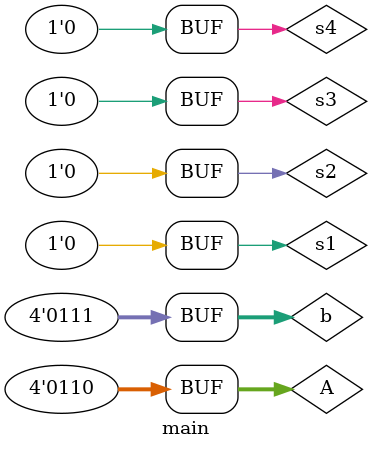
<source format=v>
/* Alaa Mahmoud Ebrahim		20190105
   Rana Ihab Ahmed			20190207
   Omar Khaled Alhaj		20190351
   Group:CS-S2
*/

`define NUM_BITS 4

module mux4(output d, input s1, input s2, input a3, input a2, input a1, input a0);
	wire [3:0] temp;
	and(temp[3], a3, s1, s2);
	and(temp[2], a2, ~s1, s2);
	and(temp[1], a1, s1, ~s2);
	and(temp[0], a0, ~s1, ~s2);
	or(d, temp[3], temp[2], temp[1], temp[0]);
endmodule

module mux2(output d, input s1, input a1, input a0);
	wire [1:0] temp;
	and(temp[0], a0, ~s1);
	and(temp[1], a1, s1);
	or(d, temp[1], temp[0]);
endmodule


module half_adder(sum, carry, a, b);
   input a, b;
   output sum, carry;
   xor(sum, a, b);
   and(carry, a, b);
endmodule

module full_adder(sum, carry, x, y, z);
   input x, y, z;
   output sum, carry;
   wire s1, c1, c2;
   half_adder h1(s1, c1, x, y);
   half_adder h2(sum, c2, s1, z);
   or(carry, c1, c2);
endmodule

module arithmeticCircuit(output[N+1:0]D, input[N:0]A, input[N:0]B, input s1, input s2);
   parameter N = `NUM_BITS-1;	//3
   wire [N +1:0] carry;
   wire [N:0] out;
   xor(carry[0],s1,s2);

   generate 
   genvar i; 
   for(i=0;i<=N;i=i+1)
   begin
	  mux4 m(out[i], s1, s2, 1'b1, 1'b0, ~B[i], B[i]);
   	  full_adder f(D[i], carry[i+1], carry[i], A[i], out[i]);     	
   end
   endgenerate   
   
   buf(D[N+1], carry[N+1]); 
endmodule

module logicCircuit(input s1, input s2, input [N:0]a, input [N:0]b, output [N + 1:0]outArray);
	//s2 s1
	//00 = XOR, 10 = OR, 01 = XOR, 11 = AND
	parameter N = `NUM_BITS-1;
	wire[N:0] TEMP;
	wire[N:0] AND;
	wire[N:0] OR;
	wire[N:0] XOR;
	//
	generate
	genvar i;
	for(i=0;i<=N;i=i+1)
	begin
      and(AND[i], a[i], b[i]);
	end
	endgenerate
	//
	generate
	for(i=0;i<=N;i=i+1)
	begin
      or(OR[i], a[i], b[i]);
	end
	endgenerate
	//
	generate
	for(i=0;i<=N;i=i+1)
	begin
      xor(XOR[i], a[i], b[i]);
	end
	endgenerate
	//
	generate
	for(i=0;i<=N;i=i+1)
	begin
      mux2 m1(TEMP[i], s1, AND[i], OR[i]);
	end
	endgenerate
	//
	generate
	for(i=0;i<=N;i=i+1)
	begin
      mux2 m2(outArray[i], s2, TEMP[i], XOR[i]);
	end
	endgenerate
	//
	buf(outArray[N + 1], 0);
endmodule

module rightShift(output [N+1:0]o, input [N:0]a);
	parameter N = `NUM_BITS-1;
	buf(o[N], a[N]);
	generate
	genvar i;
	for(i=0;i<=N-1;i=i+1)
	begin
		buf(o[i], a[i+1]);
	end
	endgenerate
	buf(o[N+1], a[N]);
endmodule

module ALU(output [N+1:0]o, input [N:0]a, input [N:0]b, input s4, input s3, input s2, input s1);
	parameter N = `NUM_BITS-1;
	
	wire [N+1:0] ar;
	arithmeticCircuit arc(ar, a, b, s1, s2);
	wire [N+1:0]l;
	logicCircuit Logic(s1, s2, a, b, l);
	wire [N+1:0]shift;
	rightShift r(shift, a);
	wire [N+1:0]temp;
	
	generate
	genvar i;
	for(i=0;i<=N+1;i=i+1)
	begin
		mux2 m8(temp[i], s3, l[i], ar[i]);
		mux2 m9(o[i], s4, shift[i], temp[i]);
	end
	endgenerate
	
	//s4  s3
	//0	   0	arithmetic
	//0	   1	logic
	//1	   x	shift	
endmodule
	

module main();
   parameter N = `NUM_BITS-1;
   wire [N:0] A = 4'b0110;
   wire s1 = 0;
   wire s2 = 0;
   wire s3 = 0;
   wire s4 = 0;
   wire [N+1:0]d;
   wire [N:0]b = 4'b0111;
   //0110
   //0111
   
   ALU a(d, A, b, s4, s3, s2, s1);
   initial
   begin
		if(N==4)
			$monitor("d[5]=%b, d[4]=%b, d[3]=%b, d[2]=%b, d[1]=%b, d[0]=%b", d[5], d[4], d[3], d[2], d[1], d[0]);
		if(N==3)
			$monitor("d[4]=%b, d[3]=%b, d[2]=%b, d[1]=%b, d[0]=%b", d[4], d[3], d[2], d[1], d[0]);
		if(N==2)
			$monitor("d[3]=%b, d[2]=%b, d[1]=%b, d[0]=%b", d[3], d[2], d[1], d[0]);
		if(N==1)
			$monitor("d[2]=%b, d[1]=%b, d[0]=%b", d[2], d[1], d[0]);
		if(N==0)
			$monitor("d[1]=%b, d[0]=%b", d[1], d[0]);
      
   end 
endmodule

</source>
